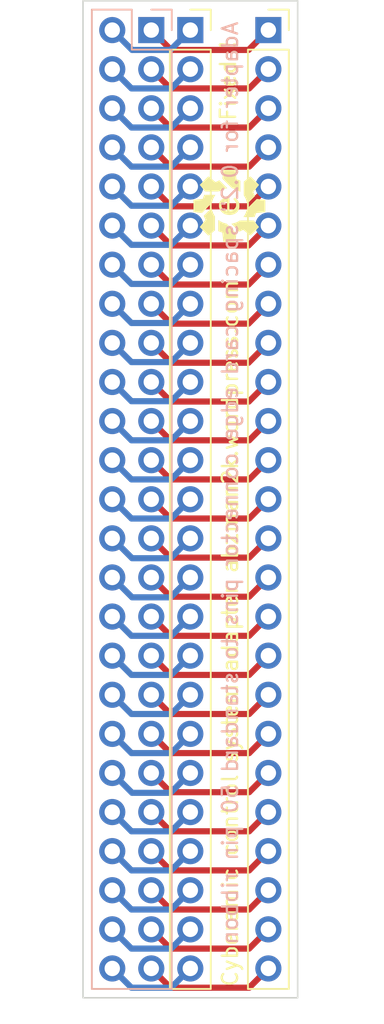
<source format=kicad_pcb>
(kicad_pcb (version 20240108) (generator "pcbnew") (generator_version "8.0")
  (layers (0 "F.Cu" signal) (31 "B.Cu" signal) (34 "B.Paste" user) (35 "F.Paste" user) (36 "B.SilkS" user "B.Silkscreen") (37 "F.SilkS" user "F.Silkscreen") (38 "B.Mask" user) (39 "F.Mask" user) (44 "Edge.Cuts" user))
  (net 0 "")
  (net 1 "Net-(J1-Pin_1)")
  (net 2 "Net-(J1-Pin_2)")
  (net 3 "Net-(J1-Pin_3)")
  (net 4 "Net-(J1-Pin_4)")
  (net 5 "Net-(J1-Pin_5)")
  (net 6 "Net-(J1-Pin_6)")
  (net 7 "Net-(J1-Pin_7)")
  (net 8 "Net-(J1-Pin_8)")
  (net 9 "Net-(J1-Pin_9)")
  (net 10 "Net-(J1-Pin_10)")
  (net 11 "Net-(J1-Pin_11)")
  (net 12 "Net-(J1-Pin_12)")
  (net 13 "Net-(J1-Pin_13)")
  (net 14 "Net-(J1-Pin_14)")
  (net 15 "Net-(J1-Pin_15)")
  (net 16 "Net-(J1-Pin_16)")
  (net 17 "Net-(J1-Pin_17)")
  (net 18 "Net-(J1-Pin_18)")
  (net 19 "Net-(J1-Pin_19)")
  (net 20 "Net-(J1-Pin_20)")
  (net 21 "Net-(J1-Pin_21)")
  (net 22 "Net-(J1-Pin_22)")
  (net 23 "Net-(J1-Pin_23)")
  (net 24 "Net-(J1-Pin_24)")
  (net 25 "Net-(J1-Pin_25)")
  (net 26 "Net-(J2-Pin_1)")
  (net 27 "Net-(J2-Pin_2)")
  (net 28 "Net-(J2-Pin_3)")
  (net 29 "Net-(J2-Pin_4)")
  (net 30 "Net-(J2-Pin_5)")
  (net 31 "Net-(J2-Pin_6)")
  (net 32 "Net-(J2-Pin_7)")
  (net 33 "Net-(J2-Pin_8)")
  (net 34 "Net-(J2-Pin_9)")
  (net 35 "Net-(J2-Pin_10)")
  (net 36 "Net-(J2-Pin_11)")
  (net 37 "Net-(J2-Pin_12)")
  (net 38 "Net-(J2-Pin_13)")
  (net 39 "Net-(J2-Pin_14)")
  (net 40 "Net-(J2-Pin_15)")
  (net 41 "Net-(J2-Pin_16)")
  (net 42 "Net-(J2-Pin_17)")
  (net 43 "Net-(J2-Pin_18)")
  (net 44 "Net-(J2-Pin_19)")
  (net 45 "Net-(J2-Pin_20)")
  (net 46 "Net-(J2-Pin_21)")
  (net 47 "Net-(J2-Pin_22)")
  (net 48 "Net-(J2-Pin_23)")
  (net 49 "Net-(J2-Pin_24)")
  (net 50 "Net-(J2-Pin_25)")
  (footprint "Evan's parts:Evan Logo" (layer "F.Cu") (at 149.86 49.53 90)
    (property "Reference" "G***" (hide yes))
    (property "Value" "LOGO" (hide yes))
    (fp_poly (pts (xy 0.402529 -2.30258) (xy 0.405364 -2.280349) (xy 0.409266 -2.246086) (xy 0.413654 -2.205046) (xy 0.416757 -2.174538) (xy 0.422149 -2.122631) (xy 0.428705 -2.062982) (xy 0.435369 -2.005071) (xy 0.438475 -1.97922) (xy 0.444273 -1.929162) (xy 0.449928 -1.875688) (xy 0.454622 -1.826723) (xy 0.456648 -1.80268) (xy 0.460438 -1.766711) (xy 0.465264 -1.739565) (xy 0.470418 -1.724864) (xy 0.472188 -1.723323) (xy 0.497913 -1.715572) (xy 0.533708 -1.703951) (xy 0.574794 -1.690105) (xy 0.616397 -1.675682) (xy 0.653739 -1.662326) (xy 0.682044 -1.651685) (xy 0.692294 -1.647469) (xy 0.729187 -1.631176) (xy 0.729187 -1.266989) (xy 0.729137 -1.189378) (xy 0.728994 -1.117426) (xy 0.72877 -1.052926) (xy 0.728473 -0.997671) (xy 0.728117 -0.953454) (xy 0.72771 -0.92207) (xy 0.727264 -0.90531) (xy 0.727017 -0.90297) (xy 0.719435 -0.907653) (xy 0.700792 -0.920119) (xy 0.67427 -0.938224) (xy 0.6554 -0.951245) (xy 0.53931 -1.021325) (xy 0.413706 -1.077725) (xy 0.280993 -1.119392) (xy 0.260424 -1.124352) (xy 0.195318 -1.139437) (xy -0.128056 -1.461641) (xy -0.451431 -1.783846) (xy -0.446581 -1.827278) (xy -0.443603 -1.853623) (xy -0.439246 -1.891768) (xy -0.434132 -1.936268) (xy -0.429673 -1.97488) (xy -0.423604 -2.028589) (xy -0.417082 -2.088379) (xy -0.411075 -2.145295) (xy -0.4081 -2.174538) (xy -0.403713 -2.217204) (xy -0.399397 -2.256837) (xy -0.395735 -2.288185) (xy -0.393848 -2.30258) (xy -0.389109 -2.335133) (xy 0.397791 -2.335133)) (fill solid) (layer "F.SilkS"))
    (fp_poly (pts (xy -1.147665 0.146527) (xy -1.142586 0.165466) (xy -1.141542 0.171446) (xy -1.11341 0.303415) (xy -1.071769 0.42966) (xy -1.017745 0.547138) (xy -0.97581 0.618462) (xy -0.937525 0.677644) (xy -0.937525 1.586787) (xy -0.966166 1.611558) (xy -0.991448 1.632902) (xy -1.020196 1.656459) (xy -1.029102 1.663595) (xy -1.046299 1.677331) (xy -1.074375 1.699827) (xy -1.110683 1.728961) (xy -1.152576 1.762607) (xy -1.197407 1.798643) (xy -1.20663 1.80606) (xy -1.249697 1.840679) (xy -1.288452 1.871793) (xy -1.320755 1.89769) (xy -1.344471 1.916657) (xy -1.357461 1.926981) (xy -1.358974 1.928157) (xy -1.367153 1.923764) (xy -1.386628 1.907643) (xy -1.416612 1.880534) (xy -1.456322 1.843179) (xy -1.504974 1.79632) (xy -1.561782 1.740697) (xy -1.625962 1.677053) (xy -1.647656 1.655386) (xy -1.927226 1.375717) (xy -1.804918 1.223898) (xy -1.768665 1.178922) (xy -1.735364 1.137653) (xy -1.706804 1.102306) (xy -1.684774 1.075094) (xy -1.671064 1.058231) (xy -1.66815 1.054686) (xy -1.656567 1.040508) (xy -1.637334 1.016712) (xy -1.613637 0.987248) (xy -1.599527 0.969647) (xy -1.545363 0.902) (xy -1.583645 0.826444) (xy -1.603639 0.786217) (xy -1.623644 0.744696) (xy -1.640254 0.708989) (xy -1.644636 0.699176) (xy -1.667347 0.647463) (xy -1.413171 0.393178) (xy -1.358446 0.338573) (xy -1.307469 0.287987) (xy -1.261555 0.242702) (xy -1.222015 0.203999) (xy -1.190164 0.173163) (xy -1.167313 0.151474) (xy -1.154776 0.140216) (xy -1.152823 0.138893)) (fill solid) (layer "F.SilkS"))
    (fp_poly (pts (xy 1.138051 0.937937) (xy 1.584245 0.938347) (xy 1.623309 0.987643) (xy 1.644961 1.014886) (xy 1.664167 1.03891) (xy 1.676763 1.054508) (xy 1.687877 1.06821) (xy 1.707148 1.0921) (xy 1.73264 1.123769) (xy 1.762418 1.160806) (xy 1.794547 1.200801) (xy 1.827093 1.241344) (xy 1.858121 1.280025) (xy 1.885696 1.314434) (xy 1.907883 1.34216) (xy 1.922746 1.360794) (xy 1.928157 1.367656) (xy 1.923764 1.375835) (xy 1.907643 1.395309) (xy 1.880534 1.425294) (xy 1.843179 1.465004) (xy 1.79632 1.513655) (xy 1.740697 1.570463) (xy 1.677053 1.634643) (xy 1.655386 1.656337) (xy 1.375717 1.935908) (xy 1.223898 1.813599) (xy 1.178922 1.777347) (xy 1.137653 1.744046) (xy 1.102306 1.715486) (xy 1.075094 1.693456) (xy 1.058231 1.679745) (xy 1.054686 1.676832) (xy 1.040508 1.665249) (xy 1.016712 1.646016) (xy 0.987248 1.622318) (xy 0.969647 1.608208) (xy 0.902 1.554045) (xy 0.826444 1.592326) (xy 0.786514 1.612184) (xy 0.74558 1.631928) (xy 0.710601 1.64822) (xy 0.70082 1.652591) (xy 0.650751 1.674575) (xy 0.394007 1.418269) (xy 0.339277 1.363448) (xy 0.288722 1.312451) (xy 0.243595 1.266568) (xy 0.205146 1.22709) (xy 0.17463 1.195304) (xy 0.153297 1.172503) (xy 0.142402 1.159976) (xy 0.141269 1.157957) (xy 0.151287 1.154624) (xy 0.173511 1.14986) (xy 0.200679 1.145102) (xy 0.329993 1.115751) (xy 0.457178 1.06953) (xy 0.581033 1.006905) (xy 0.625885 0.979601) (xy 0.691858 0.937526)) (fill solid) (layer "F.SilkS"))
    (fp_poly (pts (xy -1.313961 -1.885564) (xy -1.292255 -1.86862) (xy -1.260076 -1.843148) (xy -1.220363 -1.811507) (xy -1.176053 -1.776057) (xy -1.130085 -1.739155) (xy -1.085397 -1.703163) (xy -1.044926 -1.670439) (xy -1.011611 -1.643343) (xy -0.988391 -1.624234) (xy -0.98534 -1.621682) (xy -0.968623 -1.608008) (xy -0.94475 -1.588901) (xy -0.929119 -1.576546) (xy -0.89033 -1.546058) (xy -0.82929 -1.57904) (xy -0.789437 -1.599556) (xy -0.743376 -1.621776) (xy -0.701006 -1.640925) (xy -0.700594 -1.641102) (xy -0.632938 -1.670183) (xy -0.377235 -1.414589) (xy -0.322475 -1.359713) (xy -0.271729 -1.308589) (xy -0.226277 -1.262526) (xy -0.187397 -1.222832) (xy -0.156368 -1.190815) (xy -0.134467 -1.167784) (xy -0.122975 -1.155047) (xy -0.121531 -1.152962) (xy -0.129284 -1.148399) (xy -0.149017 -1.143547) (xy -0.162765 -1.141336) (xy -0.198693 -1.134859) (xy -0.245266 -1.124228) (xy -0.296721 -1.11097) (xy -0.347298 -1.096613) (xy -0.391235 -1.082684) (xy -0.41136 -1.075422) (xy -0.463103 -1.053177) (xy -0.520849 -1.024802) (xy -0.576961 -0.994239) (xy -0.621575 -0.966917) (xy -0.665877 -0.937525) (xy -1.586588 -0.937525) (xy -1.60001 -0.958009) (xy -1.614403 -0.97796) (xy -1.625043 -0.990562) (xy -1.634351 -1.001335) (xy -1.652276 -1.022994) (xy -1.676617 -1.052845) (xy -1.705172 -1.088197) (xy -1.720105 -1.106801) (xy -1.753419 -1.148343) (xy -1.786936 -1.190063) (xy -1.817298 -1.227786) (xy -1.841147 -1.257338) (xy -1.846373 -1.263792) (xy -1.869856 -1.293173) (xy -1.891473 -1.320922) (xy -1.906815 -1.341373) (xy -1.907626 -1.342506) (xy -1.926063 -1.368398) (xy -1.367225 -1.92646)) (fill solid) (layer "F.SilkS"))
    (fp_poly (pts (xy 1.655386 -1.647656) (xy 1.721412 -1.581309) (xy 1.77965 -1.522086) (xy 1.829359 -1.470772) (xy 1.869798 -1.42815) (xy 1.900226 -1.395007) (xy 1.919901 -1.372125) (xy 1.928081 -1.360291) (xy 1.928157 -1.358974) (xy 1.920559 -1.349345) (xy 1.904029 -1.328629) (xy 1.880523 -1.299265) (xy 1.851999 -1.263687) (xy 1.820413 -1.224332) (xy 1.787723 -1.183637) (xy 1.755885 -1.144038) (xy 1.726857 -1.107971) (xy 1.702595 -1.077872) (xy 1.685056 -1.056179) (xy 1.676763 -1.046005) (xy 1.665205 -1.031821) (xy 1.645996 -1.008026) (xy 1.622322 -0.978574) (xy 1.608303 -0.961083) (xy 1.554234 -0.893553) (xy 1.600728 -0.800519) (xy 1.620311 -0.760524) (xy 1.638017 -0.722897) (xy 1.651741 -0.692196) (xy 1.65881 -0.674659) (xy 1.670397 -0.641834) (xy 1.419038 -0.390363) (xy 1.364643 -0.336077) (xy 1.314023 -0.285815) (xy 1.268496 -0.240867) (xy 1.229381 -0.202522) (xy 1.197993 -0.172069) (xy 1.175652 -0.150798) (xy 1.163674 -0.139997) (xy 1.162041 -0.138892) (xy 1.154518 -0.145776) (xy 1.151134 -0.152624) (xy 1.146758 -0.172635) (xy 1.145865 -0.185712) (xy 1.143187 -0.207862) (xy 1.135934 -0.242025) (xy 1.125275 -0.28383) (xy 1.112381 -0.328908) (xy 1.09842 -0.372887) (xy 1.087529 -0.403657) (xy 1.057099 -0.477793) (xy 1.023524 -0.544429) (xy 0.983988 -0.610096) (xy 0.946207 -0.668962) (xy 0.946207 -1.578105) (xy 0.974847 -1.602877) (xy 1.000112 -1.624221) (xy 1.028846 -1.647803) (xy 1.037783 -1.654982) (xy 1.054658 -1.668496) (xy 1.082517 -1.690881) (xy 1.118834 -1.720104) (xy 1.161081 -1.75413) (xy 1.206733 -1.790927) (xy 1.223898 -1.80477) (xy 1.375717 -1.927226)) (fill solid) (layer "F.SilkS"))
    (fp_poly (pts (xy 1.828143 -0.447424) (xy 1.857968 -0.444118) (xy 1.899141 -0.439458) (xy 1.94577 -0.434115) (xy 1.983562 -0.429739) (xy 2.037268 -0.423642) (xy 2.097055 -0.417098) (xy 2.153969 -0.411078) (xy 2.18322 -0.4081) (xy 2.225885 -0.403713) (xy 2.265518 -0.399397) (xy 2.296867 -0.395735) (xy 2.311261 -0.393848) (xy 2.343814 -0.389109) (xy 2.343814 0.397791) (xy 2.311261 0.402529) (xy 2.28903 0.405364) (xy 2.254768 0.409266) (xy 2.213727 0.413654) (xy 2.18322 0.416757) (xy 2.131312 0.422149) (xy 2.071664 0.428705) (xy 2.013753 0.435369) (xy 1.987902 0.438475) (xy 1.937843 0.444273) (xy 1.884369 0.449928) (xy 1.835404 0.454622) (xy 1.811362 0.456648) (xy 1.775411 0.460436) (xy 1.748259 0.465262) (xy 1.733536 0.470413) (xy 1.731983 0.472188) (xy 1.722236 0.504643) (xy 1.708543 0.546966) (xy 1.693054 0.59277) (xy 1.677917 0.635666) (xy 1.668156 0.661911) (xy 1.645603 0.720506) (xy 1.282884 0.720506) (xy 1.205427 0.720415) (xy 1.133625 0.720156) (xy 1.069278 0.719748) (xy 1.014183 0.719211) (xy 0.970137 0.718563) (xy 0.93894 0.717825) (xy 0.922387 0.717016) (xy 0.920164 0.716582) (xy 0.924786 0.708113) (xy 0.937032 0.689212) (xy 0.954474 0.663602) (xy 0.958742 0.657471) (xy 1.004905 0.584605) (xy 1.047866 0.5041) (xy 1.08302 0.424711) (xy 1.087745 0.412338) (xy 1.101314 0.373143) (xy 1.114879 0.329289) (xy 1.127274 0.285114) (xy 1.137337 0.244955) (xy 1.143903 0.213149) (xy 1.145865 0.195809) (xy 1.152001 0.184983) (xy 1.170443 0.162569) (xy 1.201242 0.128513) (xy 1.24445 0.082761) (xy 1.300118 0.025258) (xy 1.368298 -0.04405) (xy 1.449041 -0.125217) (xy 1.461379 -0.137558) (xy 1.776894 -0.452984)) (fill solid) (layer "F.SilkS"))
    (fp_poly (pts (xy -0.697508 0.925189) (xy -0.675679 0.940119) (xy -0.648689 0.958838) (xy -0.646204 0.960574) (xy -0.577057 1.004323) (xy -0.499561 1.045821) (xy -0.422564 1.080426) (xy -0.403657 1.087745) (xy -0.367939 1.100119) (xy -0.326697 1.11299) (xy -0.284241 1.125177) (xy -0.244881 1.135502) (xy -0.212927 1.142782) (xy -0.192689 1.145837) (xy -0.191468 1.145865) (xy -0.182876 1.151842) (xy -0.163264 1.169008) (xy -0.133826 1.196216) (xy -0.09576 1.232318) (xy -0.05026 1.276168) (xy 0.001477 1.326618) (xy 0.058255 1.38252) (xy 0.11888 1.442728) (xy 0.14162 1.465441) (xy 0.461108 1.785016) (xy 0.455761 1.832204) (xy 0.452565 1.860214) (xy 0.448018 1.899812) (xy 0.442772 1.945338) (xy 0.438354 1.983562) (xy 0.432285 2.037271) (xy 0.425764 2.09706) (xy 0.419756 2.153977) (xy 0.416782 2.18322) (xy 0.412394 2.225885) (xy 0.408078 2.265518) (xy 0.404417 2.296867) (xy 0.402529 2.311261) (xy 0.397791 2.343814) (xy -0.389109 2.343814) (xy -0.393848 2.311261) (xy -0.396682 2.28903) (xy -0.400585 2.254768) (xy -0.404973 2.213727) (xy -0.408075 2.18322) (xy -0.413468 2.131312) (xy -0.420023 2.071664) (xy -0.426687 2.013753) (xy -0.429793 1.987902) (xy -0.435592 1.937843) (xy -0.441246 1.884369) (xy -0.44594 1.835404) (xy -0.447966 1.811362) (xy -0.451756 1.775393) (xy -0.456583 1.748247) (xy -0.461736 1.733545) (xy -0.463507 1.732004) (xy -0.489232 1.724254) (xy -0.525026 1.712632) (xy -0.566113 1.698787) (xy -0.607716 1.684363) (xy -0.645058 1.671008) (xy -0.673363 1.660367) (xy -0.683612 1.656151) (xy -0.720505 1.639858) (xy -0.720505 1.275158) (xy -0.720409 1.183036) (xy -0.720094 1.107002) (xy -0.719522 1.045781) (xy -0.718654 0.9981) (xy -0.717452 0.962686) (xy -0.715877 0.938265) (xy -0.71389 0.923565) (xy -0.711454 0.91731) (xy -0.709654 0.917143)) (fill solid) (layer "F.SilkS"))
    (fp_poly (pts (xy -1.174355 -0.720409) (xy -1.09832 -0.720094) (xy -1.037099 -0.719522) (xy -0.989418 -0.718654) (xy -0.954004 -0.717452) (xy -0.929584 -0.715877) (xy -0.914883 -0.71389) (xy -0.908629 -0.711454) (xy -0.908462 -0.709654) (xy -0.916507 -0.697508) (xy -0.931437 -0.675679) (xy -0.950157 -0.648689) (xy -0.951892 -0.646204) (xy -0.995642 -0.577057) (xy -1.037139 -0.499561) (xy -1.071745 -0.422564) (xy -1.079064 -0.403657) (xy -1.091437 -0.367939) (xy -1.104308 -0.326697) (xy -1.116496 -0.284241) (xy -1.12682 -0.244881) (xy -1.1341 -0.212927) (xy -1.137156 -0.192689) (xy -1.137184 -0.191468) (xy -1.143204 -0.181948) (xy -1.160326 -0.161846) (xy -1.187138 -0.132561) (xy -1.222228 -0.095495) (xy -1.264187 -0.052046) (xy -1.311604 -0.003615) (xy -1.363066 0.0484) (xy -1.417164 0.102597) (xy -1.472487 0.157578) (xy -1.527623 0.211943) (xy -1.581162 0.264292) (xy -1.631693 0.313225) (xy -1.677804 0.357343) (xy -1.718086 0.395246) (xy -1.751126 0.425534) (xy -1.775515 0.446807) (xy -1.789841 0.457666) (xy -1.792627 0.458782) (xy -1.814226 0.456805) (xy -1.835987 0.454464) (xy -1.913921 0.445458) (xy -1.977508 0.438164) (xy -2.029643 0.432261) (xy -2.073221 0.427427) (xy -2.111136 0.42334) (xy -2.146284 0.419678) (xy -2.174538 0.41682) (xy -2.217203 0.412417) (xy -2.256835 0.408088) (xy -2.288184 0.404419) (xy -2.30258 0.402529) (xy -2.335133 0.397791) (xy -2.335133 -0.389109) (xy -2.30258 -0.393848) (xy -2.280349 -0.396682) (xy -2.246086 -0.400585) (xy -2.205046 -0.404973) (xy -2.174538 -0.408075) (xy -2.122631 -0.413468) (xy -2.062982 -0.420023) (xy -2.005071 -0.426687) (xy -1.97922 -0.429793) (xy -1.929162 -0.435592) (xy -1.875688 -0.441246) (xy -1.826723 -0.44594) (xy -1.80268 -0.447966) (xy -1.766711 -0.451756) (xy -1.739565 -0.456583) (xy -1.724864 -0.461736) (xy -1.723323 -0.463507) (xy -1.715572 -0.489232) (xy -1.703951 -0.525026) (xy -1.690105 -0.566113) (xy -1.675682 -0.607716) (xy -1.662326 -0.645058) (xy -1.651685 -0.673363) (xy -1.647469 -0.683612) (xy -1.631176 -0.720505) (xy -1.266477 -0.720505)) (fill solid) (layer "F.SilkS"))
    (fp_poly (pts (xy 0.055094 -0.674791) (xy 0.13108 -0.667998) (xy 0.19618 -0.654138) (xy 0.256005 -0.631551) (xy 0.316167 -0.598581) (xy 0.319036 -0.596786) (xy 0.384465 -0.545673) (xy 0.440304 -0.481533) (xy 0.484966 -0.406747) (xy 0.51686 -0.323696) (xy 0.526162 -0.286466) (xy 0.532673 -0.243911) (xy 0.536166 -0.19537) (xy 0.536775 -0.145001) (xy 0.534633 -0.096962) (xy 0.529876 -0.05541) (xy 0.522636 -0.024503) (xy 0.517355 -0.013095) (xy 0.503086 0.008681) (xy -0.295147 0.008681) (xy -0.294842 0.045575) (xy -0.286327 0.128333) (xy -0.262999 0.205712) (xy -0.226083 0.27566) (xy -0.176803 0.336123) (xy -0.116383 0.385049) (xy -0.08008 0.40569) (xy -0.051604 0.419478) (xy -0.029222 0.428715) (xy -0.008174 0.434312) (xy 0.016302 0.437181) (xy 0.048966 0.438233) (xy 0.090685 0.43838) (xy 0.136502 0.438056) (xy 0.169514 0.43662) (xy 0.194274 0.433375) (xy 0.215332 0.427626) (xy 0.237242 0.418676) (xy 0.246023 0.414626) (xy 0.282029 0.394771) (xy 0.323747 0.367265) (xy 0.365452 0.33629) (xy 0.401418 0.306027) (xy 0.420194 0.287417) (xy 0.437853 0.273128) (xy 0.456374 0.271219) (xy 0.479019 0.282277) (xy 0.504209 0.302542) (xy 0.541888 0.335979) (xy 0.511836 0.385656) (xy 0.453496 0.466246) (xy 0.384021 0.534289) (xy 0.304735 0.588702) (xy 0.216965 0.628405) (xy 0.212349 0.629994) (xy 0.176336 0.641109) (xy 0.142676 0.64848) (xy 0.105496 0.652992) (xy 0.058925 0.655533) (xy 0.039064 0.656126) (xy -0.006899 0.656519) (xy -0.051299 0.65552) (xy -0.088559 0.653331) (xy -0.110052 0.650755) (xy -0.181017 0.632088) (xy -0.254598 0.602187) (xy -0.323495 0.564074) (xy -0.330268 0.559647) (xy -0.399169 0.503628) (xy -0.457929 0.434762) (xy -0.505991 0.354683) (xy -0.542796 0.26502) (xy -0.567785 0.167408) (xy -0.580399 0.063477) (xy -0.58008 -0.045141) (xy -0.569395 -0.138892) (xy -0.567436 -0.147573) (xy -0.295477 -0.147573) (xy -0.05876 -0.147622) (xy 0.007461 -0.147956) (xy 0.068483 -0.148878) (xy 0.121809 -0.150305) (xy 0.164943 -0.152154) (xy 0.195387 -0.154344) (xy 0.209617 -0.156464) (xy 0.24119 -0.171609) (xy 0.261398 -0.197298) (xy 0.271229 -0.235232) (xy 0.272557 -0.264764) (xy 0.263583 -0.326483) (xy 0.238921 -0.383842) (xy 0.200132 -0.434425) (xy 0.148782 -0.475816) (xy 0.128402 -0.487542) (xy 0.08313 -0.503068) (xy 0.029764 -0.508695) (xy -0.025614 -0.504549) (xy -0.076922 -0.490755) (xy -0.094236 -0.482933) (xy -0.151433 -0.44403) (xy -0.201287 -0.39167) (xy -0.241522 -0.329001) (xy -0.269859 -0.259173) (xy -0.277389 -0.229767) (xy -0.28372 -0.200364) (xy -0.289227 -0.175198) (xy -0.291038 -0.167105) (xy -0.295477 -0.147573) (xy -0.567436 -0.147573) (xy -0.54737 -0.236509) (xy -0.514521 -0.32283) (xy -0.469085 -0.401373) (xy -0.409297 -0.475651) (xy -0.390635 -0.495258) (xy -0.317373 -0.560207) (xy -0.239009 -0.610028) (xy -0.151918 -0.646892) (xy -0.121607 -0.656309) (xy -0.083112 -0.666724) (xy -0.051721 -0.673081) (xy -0.021102 -0.676039) (xy 0.01508 -0.676264)) (fill solid) (layer "F.SilkS"))
  )
  (footprint "Connector_PinSocket_2.54mm:PinSocket_1x25_P2.54mm_Vertical" (layer "F.Cu") (at 152.4 38.1)
    (property "Reference" "J2" (hide yes))
    (property "Value" "Conn_01x25_Socket")
    (fp_line (start -1.33 1.27) (end -1.33 62.29) (stroke (width 0.12)) (layer "F.SilkS"))
    (fp_line (start -1.33 1.27) (end 1.33 1.27) (stroke (width 0.12)) (layer "F.SilkS"))
    (fp_line (start -1.33 62.29) (end 1.33 62.29) (stroke (width 0.12)) (layer "F.SilkS"))
    (fp_line (start 0 -1.33) (end 1.33 -1.33) (stroke (width 0.12)) (layer "F.SilkS"))
    (fp_line (start 1.33 -1.33) (end 1.33 0) (stroke (width 0.12)) (layer "F.SilkS"))
    (fp_line (start 1.33 1.27) (end 1.33 62.29) (stroke (width 0.12)) (layer "F.SilkS"))
    (pad "1" thru_hole rect (at 0 0) (size 1.7 1.7) (drill 1) (layers "*.Cu" "*.Mask") (net 26 "Net-(J2-Pin_1)"))
    (pad "2" thru_hole oval (at 0 2.54) (size 1.7 1.7) (drill 1) (layers "*.Cu" "*.Mask") (net 27 "Net-(J2-Pin_2)"))
    (pad "3" thru_hole oval (at 0 5.08) (size 1.7 1.7) (drill 1) (layers "*.Cu" "*.Mask") (net 28 "Net-(J2-Pin_3)"))
    (pad "4" thru_hole oval (at 0 7.62) (size 1.7 1.7) (drill 1) (layers "*.Cu" "*.Mask") (net 29 "Net-(J2-Pin_4)"))
    (pad "5" thru_hole oval (at 0 10.16) (size 1.7 1.7) (drill 1) (layers "*.Cu" "*.Mask") (net 30 "Net-(J2-Pin_5)"))
    (pad "6" thru_hole oval (at 0 12.7) (size 1.7 1.7) (drill 1) (layers "*.Cu" "*.Mask") (net 31 "Net-(J2-Pin_6)"))
    (pad "7" thru_hole oval (at 0 15.24) (size 1.7 1.7) (drill 1) (layers "*.Cu" "*.Mask") (net 32 "Net-(J2-Pin_7)"))
    (pad "8" thru_hole oval (at 0 17.78) (size 1.7 1.7) (drill 1) (layers "*.Cu" "*.Mask") (net 33 "Net-(J2-Pin_8)"))
    (pad "9" thru_hole oval (at 0 20.32) (size 1.7 1.7) (drill 1) (layers "*.Cu" "*.Mask") (net 34 "Net-(J2-Pin_9)"))
    (pad "10" thru_hole oval (at 0 22.86) (size 1.7 1.7) (drill 1) (layers "*.Cu" "*.Mask") (net 35 "Net-(J2-Pin_10)"))
    (pad "11" thru_hole oval (at 0 25.4) (size 1.7 1.7) (drill 1) (layers "*.Cu" "*.Mask") (net 36 "Net-(J2-Pin_11)"))
    (pad "12" thru_hole oval (at 0 27.94) (size 1.7 1.7) (drill 1) (layers "*.Cu" "*.Mask") (net 37 "Net-(J2-Pin_12)"))
    (pad "13" thru_hole oval (at 0 30.48) (size 1.7 1.7) (drill 1) (layers "*.Cu" "*.Mask") (net 38 "Net-(J2-Pin_13)"))
    (pad "14" thru_hole oval (at 0 33.02) (size 1.7 1.7) (drill 1) (layers "*.Cu" "*.Mask") (net 39 "Net-(J2-Pin_14)"))
    (pad "15" thru_hole oval (at 0 35.56) (size 1.7 1.7) (drill 1) (layers "*.Cu" "*.Mask") (net 40 "Net-(J2-Pin_15)"))
    (pad "16" thru_hole oval (at 0 38.1) (size 1.7 1.7) (drill 1) (layers "*.Cu" "*.Mask") (net 41 "Net-(J2-Pin_16)"))
    (pad "17" thru_hole oval (at 0 40.64) (size 1.7 1.7) (drill 1) (layers "*.Cu" "*.Mask") (net 42 "Net-(J2-Pin_17)"))
    (pad "18" thru_hole oval (at 0 43.18) (size 1.7 1.7) (drill 1) (layers "*.Cu" "*.Mask") (net 43 "Net-(J2-Pin_18)"))
    (pad "19" thru_hole oval (at 0 45.72) (size 1.7 1.7) (drill 1) (layers "*.Cu" "*.Mask") (net 44 "Net-(J2-Pin_19)"))
    (pad "20" thru_hole oval (at 0 48.26) (size 1.7 1.7) (drill 1) (layers "*.Cu" "*.Mask") (net 45 "Net-(J2-Pin_20)"))
    (pad "21" thru_hole oval (at 0 50.8) (size 1.7 1.7) (drill 1) (layers "*.Cu" "*.Mask") (net 46 "Net-(J2-Pin_21)"))
    (pad "22" thru_hole oval (at 0 53.34) (size 1.7 1.7) (drill 1) (layers "*.Cu" "*.Mask") (net 47 "Net-(J2-Pin_22)"))
    (pad "23" thru_hole oval (at 0 55.88) (size 1.7 1.7) (drill 1) (layers "*.Cu" "*.Mask") (net 48 "Net-(J2-Pin_23)"))
    (pad "24" thru_hole oval (at 0 58.42) (size 1.7 1.7) (drill 1) (layers "*.Cu" "*.Mask") (net 49 "Net-(J2-Pin_24)"))
    (pad "25" thru_hole oval (at 0 60.96) (size 1.7 1.7) (drill 1) (layers "*.Cu" "*.Mask") (net 50 "Net-(J2-Pin_25)"))
  )
  (footprint "Connector_PinSocket_2.54mm:PinSocket_1x25_P2.54mm_Vertical" (layer "F.Cu") (at 147.32 38.1)
    (property "Reference" "J1" (hide yes))
    (property "Value" "Conn_01x25_Socket")
    (fp_line (start -1.33 1.27) (end -1.33 62.29) (stroke (width 0.12)) (layer "F.SilkS"))
    (fp_line (start -1.33 1.27) (end 1.33 1.27) (stroke (width 0.12)) (layer "F.SilkS"))
    (fp_line (start -1.33 62.29) (end 1.33 62.29) (stroke (width 0.12)) (layer "F.SilkS"))
    (fp_line (start 0 -1.33) (end 1.33 -1.33) (stroke (width 0.12)) (layer "F.SilkS"))
    (fp_line (start 1.33 -1.33) (end 1.33 0) (stroke (width 0.12)) (layer "F.SilkS"))
    (fp_line (start 1.33 1.27) (end 1.33 62.29) (stroke (width 0.12)) (layer "F.SilkS"))
    (pad "1" thru_hole rect (at 0 0) (size 1.7 1.7) (drill 1) (layers "*.Cu" "*.Mask") (net 1 "Net-(J1-Pin_1)"))
    (pad "2" thru_hole oval (at 0 2.54) (size 1.7 1.7) (drill 1) (layers "*.Cu" "*.Mask") (net 2 "Net-(J1-Pin_2)"))
    (pad "3" thru_hole oval (at 0 5.08) (size 1.7 1.7) (drill 1) (layers "*.Cu" "*.Mask") (net 3 "Net-(J1-Pin_3)"))
    (pad "4" thru_hole oval (at 0 7.62) (size 1.7 1.7) (drill 1) (layers "*.Cu" "*.Mask") (net 4 "Net-(J1-Pin_4)"))
    (pad "5" thru_hole oval (at 0 10.16) (size 1.7 1.7) (drill 1) (layers "*.Cu" "*.Mask") (net 5 "Net-(J1-Pin_5)"))
    (pad "6" thru_hole oval (at 0 12.7) (size 1.7 1.7) (drill 1) (layers "*.Cu" "*.Mask") (net 6 "Net-(J1-Pin_6)"))
    (pad "7" thru_hole oval (at 0 15.24) (size 1.7 1.7) (drill 1) (layers "*.Cu" "*.Mask") (net 7 "Net-(J1-Pin_7)"))
    (pad "8" thru_hole oval (at 0 17.78) (size 1.7 1.7) (drill 1) (layers "*.Cu" "*.Mask") (net 8 "Net-(J1-Pin_8)"))
    (pad "9" thru_hole oval (at 0 20.32) (size 1.7 1.7) (drill 1) (layers "*.Cu" "*.Mask") (net 9 "Net-(J1-Pin_9)"))
    (pad "10" thru_hole oval (at 0 22.86) (size 1.7 1.7) (drill 1) (layers "*.Cu" "*.Mask") (net 10 "Net-(J1-Pin_10)"))
    (pad "11" thru_hole oval (at 0 25.4) (size 1.7 1.7) (drill 1) (layers "*.Cu" "*.Mask") (net 11 "Net-(J1-Pin_11)"))
    (pad "12" thru_hole oval (at 0 27.94) (size 1.7 1.7) (drill 1) (layers "*.Cu" "*.Mask") (net 12 "Net-(J1-Pin_12)"))
    (pad "13" thru_hole oval (at 0 30.48) (size 1.7 1.7) (drill 1) (layers "*.Cu" "*.Mask") (net 13 "Net-(J1-Pin_13)"))
    (pad "14" thru_hole oval (at 0 33.02) (size 1.7 1.7) (drill 1) (layers "*.Cu" "*.Mask") (net 14 "Net-(J1-Pin_14)"))
    (pad "15" thru_hole oval (at 0 35.56) (size 1.7 1.7) (drill 1) (layers "*.Cu" "*.Mask") (net 15 "Net-(J1-Pin_15)"))
    (pad "16" thru_hole oval (at 0 38.1) (size 1.7 1.7) (drill 1) (layers "*.Cu" "*.Mask") (net 16 "Net-(J1-Pin_16)"))
    (pad "17" thru_hole oval (at 0 40.64) (size 1.7 1.7) (drill 1) (layers "*.Cu" "*.Mask") (net 17 "Net-(J1-Pin_17)"))
    (pad "18" thru_hole oval (at 0 43.18) (size 1.7 1.7) (drill 1) (layers "*.Cu" "*.Mask") (net 18 "Net-(J1-Pin_18)"))
    (pad "19" thru_hole oval (at 0 45.72) (size 1.7 1.7) (drill 1) (layers "*.Cu" "*.Mask") (net 19 "Net-(J1-Pin_19)"))
    (pad "20" thru_hole oval (at 0 48.26) (size 1.7 1.7) (drill 1) (layers "*.Cu" "*.Mask") (net 20 "Net-(J1-Pin_20)"))
    (pad "21" thru_hole oval (at 0 50.8) (size 1.7 1.7) (drill 1) (layers "*.Cu" "*.Mask") (net 21 "Net-(J1-Pin_21)"))
    (pad "22" thru_hole oval (at 0 53.34) (size 1.7 1.7) (drill 1) (layers "*.Cu" "*.Mask") (net 22 "Net-(J1-Pin_22)"))
    (pad "23" thru_hole oval (at 0 55.88) (size 1.7 1.7) (drill 1) (layers "*.Cu" "*.Mask") (net 23 "Net-(J1-Pin_23)"))
    (pad "24" thru_hole oval (at 0 58.42) (size 1.7 1.7) (drill 1) (layers "*.Cu" "*.Mask") (net 24 "Net-(J1-Pin_24)"))
    (pad "25" thru_hole oval (at 0 60.96) (size 1.7 1.7) (drill 1) (layers "*.Cu" "*.Mask") (net 25 "Net-(J1-Pin_25)"))
  )
  (footprint "Connector_PinHeader_2.54mm:PinHeader_2x25_P2.54mm_Vertical" (layer "B.Cu") (at 144.78 38.1 180)
    (property "Reference" "J3" (hide yes))
    (property "Value" "Conn_02x25_Odd_Even")
    (fp_line (start 3.87 1.33) (end 3.87 -62.29) (stroke (width 0.12)) (layer "B.SilkS"))
    (fp_line (start 1.27 1.33) (end 3.87 1.33) (stroke (width 0.12)) (layer "B.SilkS"))
    (fp_line (start 1.27 -1.27) (end 1.27 1.33) (stroke (width 0.12)) (layer "B.SilkS"))
    (fp_line (start -1.33 1.33) (end 0 1.33) (stroke (width 0.12)) (layer "B.SilkS"))
    (fp_line (start -1.33 0) (end -1.33 1.33) (stroke (width 0.12)) (layer "B.SilkS"))
    (fp_line (start -1.33 -1.27) (end 1.27 -1.27) (stroke (width 0.12)) (layer "B.SilkS"))
    (fp_line (start -1.33 -1.27) (end -1.33 -62.29) (stroke (width 0.12)) (layer "B.SilkS"))
    (fp_line (start -1.33 -62.29) (end 3.87 -62.29) (stroke (width 0.12)) (layer "B.SilkS"))
    (pad "1" thru_hole rect (at 0 0 180) (size 1.7 1.7) (drill 1) (layers "*.Cu" "*.Mask") (net 26 "Net-(J2-Pin_1)"))
    (pad "2" thru_hole oval (at 2.54 0 180) (size 1.7 1.7) (drill 1) (layers "*.Cu" "*.Mask") (net 1 "Net-(J1-Pin_1)"))
    (pad "3" thru_hole oval (at 0 -2.54 180) (size 1.7 1.7) (drill 1) (layers "*.Cu" "*.Mask") (net 27 "Net-(J2-Pin_2)"))
    (pad "4" thru_hole oval (at 2.54 -2.54 180) (size 1.7 1.7) (drill 1) (layers "*.Cu" "*.Mask") (net 2 "Net-(J1-Pin_2)"))
    (pad "5" thru_hole oval (at 0 -5.08 180) (size 1.7 1.7) (drill 1) (layers "*.Cu" "*.Mask") (net 28 "Net-(J2-Pin_3)"))
    (pad "6" thru_hole oval (at 2.54 -5.08 180) (size 1.7 1.7) (drill 1) (layers "*.Cu" "*.Mask") (net 3 "Net-(J1-Pin_3)"))
    (pad "7" thru_hole oval (at 0 -7.62 180) (size 1.7 1.7) (drill 1) (layers "*.Cu" "*.Mask") (net 29 "Net-(J2-Pin_4)"))
    (pad "8" thru_hole oval (at 2.54 -7.62 180) (size 1.7 1.7) (drill 1) (layers "*.Cu" "*.Mask") (net 4 "Net-(J1-Pin_4)"))
    (pad "9" thru_hole oval (at 0 -10.16 180) (size 1.7 1.7) (drill 1) (layers "*.Cu" "*.Mask") (net 30 "Net-(J2-Pin_5)"))
    (pad "10" thru_hole oval (at 2.54 -10.16 180) (size 1.7 1.7) (drill 1) (layers "*.Cu" "*.Mask") (net 5 "Net-(J1-Pin_5)"))
    (pad "11" thru_hole oval (at 0 -12.7 180) (size 1.7 1.7) (drill 1) (layers "*.Cu" "*.Mask") (net 31 "Net-(J2-Pin_6)"))
    (pad "12" thru_hole oval (at 2.54 -12.7 180) (size 1.7 1.7) (drill 1) (layers "*.Cu" "*.Mask") (net 6 "Net-(J1-Pin_6)"))
    (pad "13" thru_hole oval (at 0 -15.24 180) (size 1.7 1.7) (drill 1) (layers "*.Cu" "*.Mask") (net 32 "Net-(J2-Pin_7)"))
    (pad "14" thru_hole oval (at 2.54 -15.24 180) (size 1.7 1.7) (drill 1) (layers "*.Cu" "*.Mask") (net 7 "Net-(J1-Pin_7)"))
    (pad "15" thru_hole oval (at 0 -17.78 180) (size 1.7 1.7) (drill 1) (layers "*.Cu" "*.Mask") (net 33 "Net-(J2-Pin_8)"))
    (pad "16" thru_hole oval (at 2.54 -17.78 180) (size 1.7 1.7) (drill 1) (layers "*.Cu" "*.Mask") (net 8 "Net-(J1-Pin_8)"))
    (pad "17" thru_hole oval (at 0 -20.32 180) (size 1.7 1.7) (drill 1) (layers "*.Cu" "*.Mask") (net 34 "Net-(J2-Pin_9)"))
    (pad "18" thru_hole oval (at 2.54 -20.32 180) (size 1.7 1.7) (drill 1) (layers "*.Cu" "*.Mask") (net 9 "Net-(J1-Pin_9)"))
    (pad "19" thru_hole oval (at 0 -22.86 180) (size 1.7 1.7) (drill 1) (layers "*.Cu" "*.Mask") (net 35 "Net-(J2-Pin_10)"))
    (pad "20" thru_hole oval (at 2.54 -22.86 180) (size 1.7 1.7) (drill 1) (layers "*.Cu" "*.Mask") (net 10 "Net-(J1-Pin_10)"))
    (pad "21" thru_hole oval (at 0 -25.4 180) (size 1.7 1.7) (drill 1) (layers "*.Cu" "*.Mask") (net 36 "Net-(J2-Pin_11)"))
    (pad "22" thru_hole oval (at 2.54 -25.4 180) (size 1.7 1.7) (drill 1) (layers "*.Cu" "*.Mask") (net 11 "Net-(J1-Pin_11)"))
    (pad "23" thru_hole oval (at 0 -27.94 180) (size 1.7 1.7) (drill 1) (layers "*.Cu" "*.Mask") (net 37 "Net-(J2-Pin_12)"))
    (pad "24" thru_hole oval (at 2.54 -27.94 180) (size 1.7 1.7) (drill 1) (layers "*.Cu" "*.Mask") (net 12 "Net-(J1-Pin_12)"))
    (pad "25" thru_hole oval (at 0 -30.48 180) (size 1.7 1.7) (drill 1) (layers "*.Cu" "*.Mask") (net 38 "Net-(J2-Pin_13)"))
    (pad "26" thru_hole oval (at 2.54 -30.48 180) (size 1.7 1.7) (drill 1) (layers "*.Cu" "*.Mask") (net 13 "Net-(J1-Pin_13)"))
    (pad "27" thru_hole oval (at 0 -33.02 180) (size 1.7 1.7) (drill 1) (layers "*.Cu" "*.Mask") (net 39 "Net-(J2-Pin_14)"))
    (pad "28" thru_hole oval (at 2.54 -33.02 180) (size 1.7 1.7) (drill 1) (layers "*.Cu" "*.Mask") (net 14 "Net-(J1-Pin_14)"))
    (pad "29" thru_hole oval (at 0 -35.56 180) (size 1.7 1.7) (drill 1) (layers "*.Cu" "*.Mask") (net 40 "Net-(J2-Pin_15)"))
    (pad "30" thru_hole oval (at 2.54 -35.56 180) (size 1.7 1.7) (drill 1) (layers "*.Cu" "*.Mask") (net 15 "Net-(J1-Pin_15)"))
    (pad "31" thru_hole oval (at 0 -38.1 180) (size 1.7 1.7) (drill 1) (layers "*.Cu" "*.Mask") (net 41 "Net-(J2-Pin_16)"))
    (pad "32" thru_hole oval (at 2.54 -38.1 180) (size 1.7 1.7) (drill 1) (layers "*.Cu" "*.Mask") (net 16 "Net-(J1-Pin_16)"))
    (pad "33" thru_hole oval (at 0 -40.64 180) (size 1.7 1.7) (drill 1) (layers "*.Cu" "*.Mask") (net 42 "Net-(J2-Pin_17)"))
    (pad "34" thru_hole oval (at 2.54 -40.64 180) (size 1.7 1.7) (drill 1) (layers "*.Cu" "*.Mask") (net 17 "Net-(J1-Pin_17)"))
    (pad "35" thru_hole oval (at 0 -43.18 180) (size 1.7 1.7) (drill 1) (layers "*.Cu" "*.Mask") (net 43 "Net-(J2-Pin_18)"))
    (pad "36" thru_hole oval (at 2.54 -43.18 180) (size 1.7 1.7) (drill 1) (layers "*.Cu" "*.Mask") (net 18 "Net-(J1-Pin_18)"))
    (pad "37" thru_hole oval (at 0 -45.72 180) (size 1.7 1.7) (drill 1) (layers "*.Cu" "*.Mask") (net 44 "Net-(J2-Pin_19)"))
    (pad "38" thru_hole oval (at 2.54 -45.72 180) (size 1.7 1.7) (drill 1) (layers "*.Cu" "*.Mask") (net 19 "Net-(J1-Pin_19)"))
    (pad "39" thru_hole oval (at 0 -48.26 180) (size 1.7 1.7) (drill 1) (layers "*.Cu" "*.Mask") (net 45 "Net-(J2-Pin_20)"))
    (pad "40" thru_hole oval (at 2.54 -48.26 180) (size 1.7 1.7) (drill 1) (layers "*.Cu" "*.Mask") (net 20 "Net-(J1-Pin_20)"))
    (pad "41" thru_hole oval (at 0 -50.8 180) (size 1.7 1.7) (drill 1) (layers "*.Cu" "*.Mask") (net 46 "Net-(J2-Pin_21)"))
    (pad "42" thru_hole oval (at 2.54 -50.8 180) (size 1.7 1.7) (drill 1) (layers "*.Cu" "*.Mask") (net 21 "Net-(J1-Pin_21)"))
    (pad "43" thru_hole oval (at 0 -53.34 180) (size 1.7 1.7) (drill 1) (layers "*.Cu" "*.Mask") (net 47 "Net-(J2-Pin_22)"))
    (pad "44" thru_hole oval (at 2.54 -53.34 180) (size 1.7 1.7) (drill 1) (layers "*.Cu" "*.Mask") (net 22 "Net-(J1-Pin_22)"))
    (pad "45" thru_hole oval (at 0 -55.88 180) (size 1.7 1.7) (drill 1) (layers "*.Cu" "*.Mask") (net 48 "Net-(J2-Pin_23)"))
    (pad "46" thru_hole oval (at 2.54 -55.88 180) (size 1.7 1.7) (drill 1) (layers "*.Cu" "*.Mask") (net 23 "Net-(J1-Pin_23)"))
    (pad "47" thru_hole oval (at 0 -58.42 180) (size 1.7 1.7) (drill 1) (layers "*.Cu" "*.Mask") (net 49 "Net-(J2-Pin_24)"))
    (pad "48" thru_hole oval (at 2.54 -58.42 180) (size 1.7 1.7) (drill 1) (layers "*.Cu" "*.Mask") (net 24 "Net-(J1-Pin_24)"))
    (pad "49" thru_hole oval (at 0 -60.96 180) (size 1.7 1.7) (drill 1) (layers "*.Cu" "*.Mask") (net 50 "Net-(J2-Pin_25)"))
    (pad "50" thru_hole oval (at 2.54 -60.96 180) (size 1.7 1.7) (drill 1) (layers "*.Cu" "*.Mask") (net 25 "Net-(J1-Pin_25)"))
  )
  (gr_rect (start 140.335 36.195) (end 154.305 100.965) (stroke (width 0.1)) (fill none) (layer "Edge.Cuts"))
  (gr_text "Adapter for 0.2{dblquote} spacing card edge connector pins to standard 50 pin ribbon" (at 150.495 37.465 90) (layer "B.SilkS") (effects (font (size 1 1)) (justify left bottom mirror)))
  (gr_text "Fixed !" (at 150.368 44.069 90) (layer "F.SilkS") (effects (font (size 1 1)) (justify left bottom)))
  (gr_text "Cyberamic control system adapter abzman2k.wordpress.com" (at 150.495 100.33 90) (layer "F.SilkS") (effects (font (size 1 1)) (justify left bottom)))
  (segment (start 143.53 39.39) (end 142.24 38.1) (width 0.4) (layer "B.Cu") (net 1))
  (segment (start 147.32 38.1) (end 146.03 39.39) (width 0.4) (layer "B.Cu") (net 1))
  (segment (start 146.03 39.39) (end 143.53 39.39) (width 0.4) (layer "B.Cu") (net 1))
  (segment (start 147.32 40.64) (end 146.07 41.89) (width 0.4) (layer "B.Cu") (net 2))
  (segment (start 143.49 41.89) (end 142.24 40.64) (width 0.4) (layer "B.Cu") (net 2))
  (segment (start 146.07 41.89) (end 143.49 41.89) (width 0.4) (layer "B.Cu") (net 2))
  (segment (start 147.32 43.18) (end 146.07 44.43) (width 0.4) (layer "B.Cu") (net 3))
  (segment (start 143.49 44.43) (end 142.24 43.18) (width 0.4) (layer "B.Cu") (net 3))
  (segment (start 146.07 44.43) (end 143.49 44.43) (width 0.4) (layer "B.Cu") (net 3))
  (segment (start 143.49 46.97) (end 142.24 45.72) (width 0.4) (layer "B.Cu") (net 4))
  (segment (start 146.07 46.97) (end 143.49 46.97) (width 0.4) (layer "B.Cu") (net 4))
  (segment (start 147.32 45.72) (end 146.07 46.97) (width 0.4) (layer "B.Cu") (net 4))
  (segment (start 146.07 49.51) (end 143.49 49.51) (width 0.4) (layer "B.Cu") (net 5))
  (segment (start 143.49 49.51) (end 142.24 48.26) (width 0.4) (layer "B.Cu") (net 5))
  (segment (start 147.32 48.26) (end 146.07 49.51) (width 0.4) (layer "B.Cu") (net 5))
  (segment (start 143.49 52.05) (end 142.24 50.8) (width 0.4) (layer "B.Cu") (net 6))
  (segment (start 146.07 52.05) (end 143.49 52.05) (width 0.4) (layer "B.Cu") (net 6))
  (segment (start 147.32 50.8) (end 146.07 52.05) (width 0.4) (layer "B.Cu") (net 6))
  (segment (start 147.32 53.34) (end 146.07 54.59) (width 0.4) (layer "B.Cu") (net 7))
  (segment (start 143.49 54.59) (end 142.24 53.34) (width 0.4) (layer "B.Cu") (net 7))
  (segment (start 146.07 54.59) (end 143.49 54.59) (width 0.4) (layer "B.Cu") (net 7))
  (segment (start 143.49 57.13) (end 142.24 55.88) (width 0.4) (layer "B.Cu") (net 8))
  (segment (start 147.32 55.88) (end 146.07 57.13) (width 0.4) (layer "B.Cu") (net 8))
  (segment (start 146.07 57.13) (end 143.49 57.13) (width 0.4) (layer "B.Cu") (net 8))
  (segment (start 147.32 58.42) (end 146.07 59.67) (width 0.4) (layer "B.Cu") (net 9))
  (segment (start 143.49 59.67) (end 142.24 58.42) (width 0.4) (layer "B.Cu") (net 9))
  (segment (start 146.07 59.67) (end 143.49 59.67) (width 0.4) (layer "B.Cu") (net 9))
  (segment (start 143.49 62.21) (end 142.24 60.96) (width 0.4) (layer "B.Cu") (net 10))
  (segment (start 147.32 60.96) (end 146.07 62.21) (width 0.4) (layer "B.Cu") (net 10))
  (segment (start 146.07 62.21) (end 143.49 62.21) (width 0.4) (layer "B.Cu") (net 10))
  (segment (start 146.07 64.75) (end 143.49 64.75) (width 0.4) (layer "B.Cu") (net 11))
  (segment (start 147.32 63.5) (end 146.07 64.75) (width 0.4) (layer "B.Cu") (net 11))
  (segment (start 143.49 64.75) (end 142.24 63.5) (width 0.4) (layer "B.Cu") (net 11))
  (segment (start 143.49 67.29) (end 142.24 66.04) (width 0.4) (layer "B.Cu") (net 12))
  (segment (start 146.07 67.29) (end 143.49 67.29) (width 0.4) (layer "B.Cu") (net 12))
  (segment (start 147.32 66.04) (end 146.07 67.29) (width 0.4) (layer "B.Cu") (net 12))
  (segment (start 142.24 68.58) (end 143.49 69.83) (width 0.4) (layer "B.Cu") (net 13))
  (segment (start 143.49 69.83) (end 146.07 69.83) (width 0.4) (layer "B.Cu") (net 13))
  (segment (start 146.07 69.83) (end 147.32 68.58) (width 0.4) (layer "B.Cu") (net 13))
  (segment (start 147.32 71.12) (end 146.03 72.41) (width 0.4) (layer "B.Cu") (net 14))
  (segment (start 146.03 72.41) (end 143.53 72.41) (width 0.4) (layer "B.Cu") (net 14))
  (segment (start 143.53 72.41) (end 142.24 71.12) (width 0.4) (layer "B.Cu") (net 14))
  (segment (start 142.24 73.66) (end 143.53 74.95) (width 0.4) (layer "B.Cu") (net 15))
  (segment (start 143.53 74.95) (end 146.03 74.95) (width 0.4) (layer "B.Cu") (net 15))
  (segment (start 146.03 74.95) (end 147.32 73.66) (width 0.4) (layer "B.Cu") (net 15))
  (segment (start 146.07 77.45) (end 143.49 77.45) (width 0.4) (layer "B.Cu") (net 16))
  (segment (start 143.49 77.45) (end 142.24 76.2) (width 0.4) (layer "B.Cu") (net 16))
  (segment (start 147.32 76.2) (end 146.07 77.45) (width 0.4) (layer "B.Cu") (net 16))
  (segment (start 146.07 79.99) (end 147.32 78.74) (width 0.4) (layer "B.Cu") (net 17))
  (segment (start 143.49 79.99) (end 146.07 79.99) (width 0.4) (layer "B.Cu") (net 17))
  (segment (start 142.24 78.74) (end 143.49 79.99) (width 0.4) (layer "B.Cu") (net 17))
  (segment (start 147.32 81.28) (end 146.07 82.53) (width 0.4) (layer "B.Cu") (net 18))
  (segment (start 146.07 82.53) (end 143.49 82.53) (width 0.4) (layer "B.Cu") (net 18))
  (segment (start 143.49 82.53) (end 142.24 81.28) (width 0.4) (layer "B.Cu") (net 18))
  (segment (start 146.07 85.07) (end 147.32 83.82) (width 0.4) (layer "B.Cu") (net 19))
  (segment (start 143.49 85.07) (end 146.07 85.07) (width 0.4) (layer "B.Cu") (net 19))
  (segment (start 142.24 83.82) (end 143.49 85.07) (width 0.4) (layer "B.Cu") (net 19))
  (segment (start 143.53 87.65) (end 146.03 87.65) (width 0.4) (layer "B.Cu") (net 20))
  (segment (start 146.03 87.65) (end 147.32 86.36) (width 0.4) (layer "B.Cu") (net 20))
  (segment (start 142.24 86.36) (end 143.53 87.65) (width 0.4) (layer "B.Cu") (net 20))
  (segment (start 143.49 90.15) (end 142.24 88.9) (width 0.4) (layer "B.Cu") (net 21))
  (segment (start 147.32 88.9) (end 146.07 90.15) (width 0.4) (layer "B.Cu") (net 21))
  (segment (start 146.07 90.15) (end 143.49 90.15) (width 0.4) (layer "B.Cu") (net 21))
  (segment (start 143.49 92.69) (end 146.07 92.69) (width 0.4) (layer "B.Cu") (net 22))
  (segment (start 142.24 91.44) (end 143.49 92.69) (width 0.4) (layer "B.Cu") (net 22))
  (segment (start 146.07 92.69) (end 147.32 91.44) (width 0.4) (layer "B.Cu") (net 22))
  (segment (start 143.49 95.23) (end 142.24 93.98) (width 0.4) (layer "B.Cu") (net 23))
  (segment (start 146.07 95.23) (end 143.49 95.23) (width 0.4) (layer "B.Cu") (net 23))
  (segment (start 147.32 93.98) (end 146.07 95.23) (width 0.4) (layer "B.Cu") (net 23))
  (segment (start 146.07 97.77) (end 147.32 96.52) (width 0.4) (layer "B.Cu") (net 24))
  (segment (start 142.24 96.52) (end 143.49 97.77) (width 0.4) (layer "B.Cu") (net 24))
  (segment (start 143.49 97.77) (end 146.07 97.77) (width 0.4) (layer "B.Cu") (net 24))
  (segment (start 142.24 99.06) (end 143.49 100.31) (width 0.4) (layer "B.Cu") (net 25))
  (segment (start 143.49 100.31) (end 146.07 100.31) (width 0.4) (layer "B.Cu") (net 25))
  (segment (start 146.07 100.31) (end 147.32 99.06) (width 0.4) (layer "B.Cu") (net 25))
  (segment (start 151.11 39.39) (end 152.4 38.1) (width 0.4) (layer "F.Cu") (net 26))
  (segment (start 144.78 38.1) (end 146.07 39.39) (width 0.4) (layer "F.Cu") (net 26))
  (segment (start 146.07 39.39) (end 151.11 39.39) (width 0.4) (layer "F.Cu") (net 26))
  (segment (start 151.15 41.89) (end 152.4 40.64) (width 0.4) (layer "F.Cu") (net 27))
  (segment (start 146.03 41.89) (end 151.15 41.89) (width 0.4) (layer "F.Cu") (net 27))
  (segment (start 144.78 40.64) (end 146.03 41.89) (width 0.4) (layer "F.Cu") (net 27))
  (segment (start 144.78 43.18) (end 146.03 44.43) (width 0.4) (layer "F.Cu") (net 28))
  (segment (start 151.15 44.43) (end 152.4 43.18) (width 0.4) (layer "F.Cu") (net 28))
  (segment (start 146.03 44.43) (end 151.15 44.43) (width 0.4) (layer "F.Cu") (net 28))
  (segment (start 146.03 46.97) (end 151.15 46.97) (width 0.4) (layer "F.Cu") (net 29))
  (segment (start 151.15 46.97) (end 152.4 45.72) (width 0.4) (layer "F.Cu") (net 29))
  (segment (start 144.78 45.72) (end 146.03 46.97) (width 0.4) (layer "F.Cu") (net 29))
  (segment (start 146.07 49.55) (end 151.11 49.55) (width 0.4) (layer "F.Cu") (net 30))
  (segment (start 151.11 49.55) (end 152.4 48.26) (width 0.4) (layer "F.Cu") (net 30))
  (segment (start 144.78 48.26) (end 146.07 49.55) (width 0.4) (layer "F.Cu") (net 30))
  (segment (start 151.11 52.09) (end 152.4 50.8) (width 0.4) (layer "F.Cu") (net 31))
  (segment (start 144.78 50.8) (end 146.07 52.09) (width 0.4) (layer "F.Cu") (net 31))
  (segment (start 146.07 52.09) (end 151.11 52.09) (width 0.4) (layer "F.Cu") (net 31))
  (segment (start 144.78 53.34) (end 146.07 54.63) (width 0.4) (layer "F.Cu") (net 32))
  (segment (start 151.11 54.63) (end 152.4 53.34) (width 0.4) (layer "F.Cu") (net 32))
  (segment (start 146.07 54.63) (end 151.11 54.63) (width 0.4) (layer "F.Cu") (net 32))
  (segment (start 151.11 57.17) (end 152.4 55.88) (width 0.4) (layer "F.Cu") (net 33))
  (segment (start 144.78 55.88) (end 146.07 57.17) (width 0.4) (layer "F.Cu") (net 33))
  (segment (start 146.07 57.17) (end 151.11 57.17) (width 0.4) (layer "F.Cu") (net 33))
  (segment (start 146.07 59.71) (end 151.11 59.71) (width 0.4) (layer "F.Cu") (net 34))
  (segment (start 151.11 59.71) (end 152.4 58.42) (width 0.4) (layer "F.Cu") (net 34))
  (segment (start 144.78 58.42) (end 146.07 59.71) (width 0.4) (layer "F.Cu") (net 34))
  (segment (start 151.13 62.23) (end 152.4 60.96) (width 0.4) (layer "F.Cu") (net 35))
  (segment (start 146.05 62.23) (end 151.13 62.23) (width 0.4) (layer "F.Cu") (net 35))
  (segment (start 144.78 60.96) (end 146.05 62.23) (width 0.4) (layer "F.Cu") (net 35))
  (segment (start 144.78 63.5) (end 146.03 64.75) (width 0.4) (layer "F.Cu") (net 36))
  (segment (start 151.15 64.75) (end 152.4 63.5) (width 0.4) (layer "F.Cu") (net 36))
  (segment (start 146.03 64.75) (end 151.15 64.75) (width 0.4) (layer "F.Cu") (net 36))
  (segment (start 151.15 67.29) (end 152.4 66.04) (width 0.4) (layer "F.Cu") (net 37))
  (segment (start 144.78 66.04) (end 146.03 67.29) (width 0.4) (layer "F.Cu") (net 37))
  (segment (start 146.03 67.29) (end 151.15 67.29) (width 0.4) (layer "F.Cu") (net 37))
  (segment (start 146.03 69.83) (end 151.15 69.83) (width 0.4) (layer "F.Cu") (net 38))
  (segment (start 151.15 69.83) (end 152.4 68.58) (width 0.4) (layer "F.Cu") (net 38))
  (segment (start 144.78 68.58) (end 146.03 69.83) (width 0.4) (layer "F.Cu") (net 38))
  (segment (start 151.15 72.37) (end 152.4 71.12) (width 0.4) (layer "F.Cu") (net 39))
  (segment (start 146.03 72.37) (end 151.15 72.37) (width 0.4) (layer "F.Cu") (net 39))
  (segment (start 144.78 71.12) (end 146.03 72.37) (width 0.4) (layer "F.Cu") (net 39))
  (segment (start 151.15 74.91) (end 152.4 73.66) (width 0.4) (layer "F.Cu") (net 40))
  (segment (start 144.78 73.66) (end 146.03 74.91) (width 0.4) (layer "F.Cu") (net 40))
  (segment (start 146.03 74.91) (end 151.15 74.91) (width 0.4) (layer "F.Cu") (net 40))
  (segment (start 146.03 77.45) (end 151.15 77.45) (width 0.4) (layer "F.Cu") (net 41))
  (segment (start 144.78 76.2) (end 146.03 77.45) (width 0.4) (layer "F.Cu") (net 41))
  (segment (start 151.15 77.45) (end 152.4 76.2) (width 0.4) (layer "F.Cu") (net 41))
  (segment (start 144.78 78.74) (end 146.03 79.99) (width 0.4) (layer "F.Cu") (net 42))
  (segment (start 151.15 79.99) (end 152.4 78.74) (width 0.4) (layer "F.Cu") (net 42))
  (segment (start 146.03 79.99) (end 151.15 79.99) (width 0.4) (layer "F.Cu") (net 42))
  (segment (start 146.03 82.53) (end 151.15 82.53) (width 0.4) (layer "F.Cu") (net 43))
  (segment (start 144.78 81.28) (end 146.03 82.53) (width 0.4) (layer "F.Cu") (net 43))
  (segment (start 151.15 82.53) (end 152.4 81.28) (width 0.4) (layer "F.Cu") (net 43))
  (segment (start 144.78 83.82) (end 146.03 85.07) (width 0.4) (layer "F.Cu") (net 44))
  (segment (start 151.15 85.07) (end 152.4 83.82) (width 0.4) (layer "F.Cu") (net 44))
  (segment (start 146.03 85.07) (end 151.15 85.07) (width 0.4) (layer "F.Cu") (net 44))
  (segment (start 146.03 87.61) (end 151.15 87.61) (width 0.4) (layer "F.Cu") (net 45))
  (segment (start 144.78 86.36) (end 146.03 87.61) (width 0.4) (layer "F.Cu") (net 45))
  (segment (start 151.15 87.61) (end 152.4 86.36) (width 0.4) (layer "F.Cu") (net 45))
  (segment (start 151.15 90.15) (end 152.4 88.9) (width 0.4) (layer "F.Cu") (net 46))
  (segment (start 146.03 90.15) (end 151.15 90.15) (width 0.4) (layer "F.Cu") (net 46))
  (segment (start 144.78 88.9) (end 146.03 90.15) (width 0.4) (layer "F.Cu") (net 46))
  (segment (start 144.78 91.44) (end 146.03 92.69) (width 0.4) (layer "F.Cu") (net 47))
  (segment (start 146.03 92.69) (end 151.15 92.69) (width 0.4) (layer "F.Cu") (net 47))
  (segment (start 151.15 92.69) (end 152.4 91.44) (width 0.4) (layer "F.Cu") (net 47))
  (segment (start 151.15 95.23) (end 152.4 93.98) (width 0.4) (layer "F.Cu") (net 48))
  (segment (start 146.03 95.23) (end 151.15 95.23) (width 0.4) (layer "F.Cu") (net 48))
  (segment (start 144.78 93.98) (end 146.03 95.23) (width 0.4) (layer "F.Cu") (net 48))
  (segment (start 151.15 97.77) (end 152.4 96.52) (width 0.4) (layer "F.Cu") (net 49))
  (segment (start 144.78 96.52) (end 146.03 97.77) (width 0.4) (layer "F.Cu") (net 49))
  (segment (start 146.03 97.77) (end 151.15 97.77) (width 0.4) (layer "F.Cu") (net 49))
  (segment (start 151.15 100.31) (end 146.03 100.31) (width 0.4) (layer "F.Cu") (net 50))
  (segment (start 146.03 100.31) (end 144.78 99.06) (width 0.4) (layer "F.Cu") (net 50))
  (segment (start 152.4 99.06) (end 151.15 100.31) (width 0.4) (layer "F.Cu") (net 50))
)
</source>
